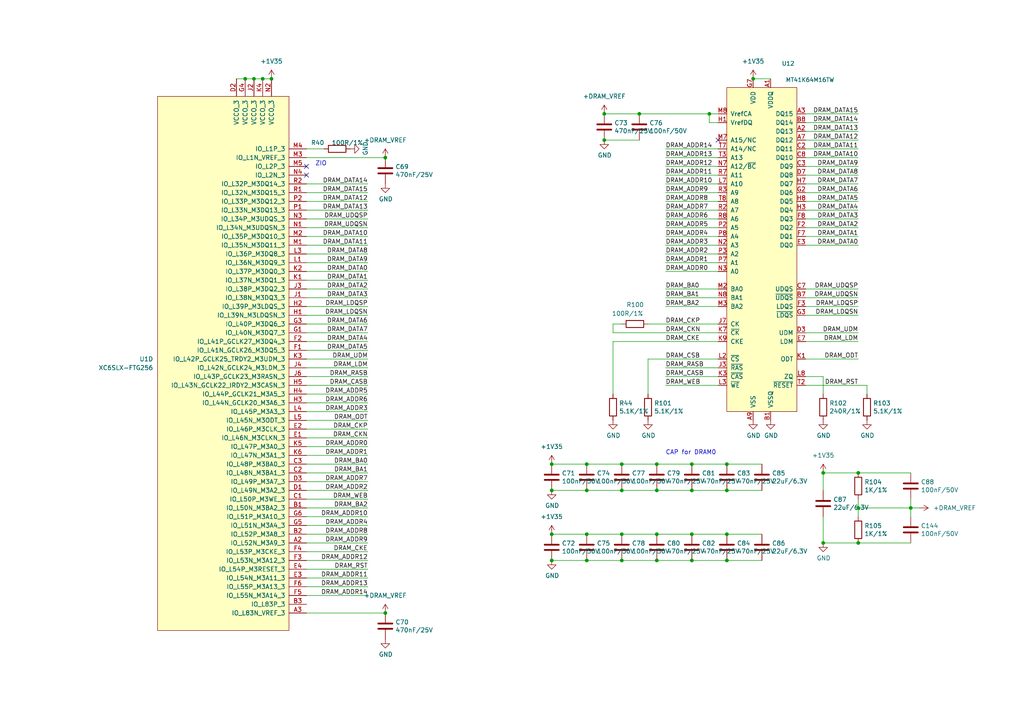
<source format=kicad_sch>
(kicad_sch (version 20231120) (generator "eeschema") (generator_version "8.0")
  (paper "A4")
  (title_block (title "Glider") (date "2025-04-18") (rev "R0.13") (company "Copyright 2025 Wenting Zhang"))
  (junction (at 170.18 142.24) (diameter 0.9144))
  (junction (at 210.82 154.94) (diameter 0.9144))
  (junction (at 71.12 22.86))
  (junction (at 218.44 22.86))
  (junction (at 160.02 142.24) (diameter 0.9144))
  (junction (at 238.76 137.16))
  (junction (at 210.82 134.62) (diameter 0.9144))
  (junction (at 210.82 162.56) (diameter 0.9144))
  (junction (at 160.02 154.94))
  (junction (at 190.5 154.94) (diameter 0.9144))
  (junction (at 185.42 33.02) (diameter 0.9144))
  (junction (at 190.5 162.56) (diameter 0.9144))
  (junction (at 210.82 142.24) (diameter 0.9144))
  (junction (at 170.18 162.56) (diameter 0.9144))
  (junction (at 76.2 22.86))
  (junction (at 248.92 137.16) (diameter 0.9144))
  (junction (at 205.74 33.02))
  (junction (at 248.92 147.32) (diameter 0.9144))
  (junction (at 200.66 142.24) (diameter 0.9144))
  (junction (at 111.76 177.8))
  (junction (at 200.66 154.94) (diameter 0.9144))
  (junction (at 238.76 157.48) (diameter 0.9144))
  (junction (at 264.16 147.32) (diameter 0.9144))
  (junction (at 180.34 162.56) (diameter 0.9144))
  (junction (at 200.66 134.62) (diameter 0.9144))
  (junction (at 73.66 22.86))
  (junction (at 180.34 142.24) (diameter 0.9144))
  (junction (at 190.5 142.24) (diameter 0.9144))
  (junction (at 180.34 154.94) (diameter 0.9144))
  (junction (at 175.26 33.02))
  (junction (at 180.34 134.62) (diameter 0.9144))
  (junction (at 170.18 134.62) (diameter 0.9144))
  (junction (at 78.74 22.86))
  (junction (at 111.76 45.72))
  (junction (at 200.66 162.56) (diameter 0.9144))
  (junction (at 190.5 134.62) (diameter 0.9144))
  (junction (at 175.26 40.64) (diameter 0.9144))
  (junction (at 160.02 134.62))
  (junction (at 170.18 154.94) (diameter 0.9144))
  (junction (at 248.92 157.48) (diameter 0.9144))
  (junction (at 160.02 162.56) (diameter 0.9144))
  (no_connect (at 88.9 50.8))
  (no_connect (at 88.9 48.26))
  (no_connect (at 208.28 40.64))
  (wire (pts (xy 193.04 43.18) (xy 208.28 43.18)))
  (wire (pts (xy 193.04 73.66) (xy 208.28 73.66)))
  (wire (pts (xy 88.9 106.68) (xy 106.68 106.68)))
  (wire (pts (xy 106.68 172.72) (xy 88.9 172.72)))
  (wire (pts (xy 193.04 55.88) (xy 208.28 55.88)))
  (wire (pts (xy 170.18 134.62) (xy 180.34 134.62)))
  (wire (pts (xy 200.66 162.56) (xy 190.5 162.56)))
  (wire (pts (xy 175.26 33.02) (xy 185.42 33.02)))
  (wire (pts (xy 233.68 68.58) (xy 248.92 68.58)))
  (wire (pts (xy 106.68 114.3) (xy 88.9 114.3)))
  (wire (pts (xy 193.04 111.76) (xy 208.28 111.76)))
  (wire (pts (xy 233.68 109.22) (xy 238.76 109.22)))
  (wire (pts (xy 76.2 22.86) (xy 78.74 22.86)))
  (wire (pts (xy 193.04 109.22) (xy 208.28 109.22)))
  (wire (pts (xy 233.68 104.14) (xy 248.92 104.14)))
  (wire (pts (xy 187.96 93.98) (xy 208.28 93.98)))
  (wire (pts (xy 233.68 53.34) (xy 248.92 53.34)))
  (wire (pts (xy 106.68 160.02) (xy 88.9 160.02)))
  (wire (pts (xy 88.9 149.86) (xy 106.68 149.86)))
  (wire (pts (xy 220.98 162.56) (xy 210.82 162.56)))
  (wire (pts (xy 233.68 91.44) (xy 248.92 91.44)))
  (wire (pts (xy 177.8 114.3) (xy 177.8 99.06)))
  (wire (pts (xy 193.04 88.9) (xy 208.28 88.9)))
  (wire (pts (xy 88.9 55.88) (xy 106.68 55.88)))
  (wire (pts (xy 177.8 96.52) (xy 177.8 93.98)))
  (wire (pts (xy 210.82 154.94) (xy 200.66 154.94)))
  (wire (pts (xy 106.68 119.38) (xy 88.9 119.38)))
  (wire (pts (xy 106.68 63.5) (xy 88.9 63.5)))
  (wire (pts (xy 233.68 43.18) (xy 248.92 43.18)))
  (wire (pts (xy 248.92 157.48) (xy 238.76 157.48)))
  (wire (pts (xy 233.68 71.12) (xy 248.92 71.12)))
  (wire (pts (xy 193.04 78.74) (xy 208.28 78.74)))
  (wire (pts (xy 210.82 142.24) (xy 200.66 142.24)))
  (wire (pts (xy 193.04 60.96) (xy 208.28 60.96)))
  (wire (pts (xy 177.8 99.06) (xy 208.28 99.06)))
  (wire (pts (xy 233.68 50.8) (xy 248.92 50.8)))
  (wire (pts (xy 88.9 96.52) (xy 106.68 96.52)))
  (wire (pts (xy 106.68 86.36) (xy 88.9 86.36)))
  (wire (pts (xy 193.04 86.36) (xy 208.28 86.36)))
  (wire (pts (xy 210.82 162.56) (xy 200.66 162.56)))
  (wire (pts (xy 71.12 22.86) (xy 73.66 22.86)))
  (wire (pts (xy 88.9 124.46) (xy 106.68 124.46)))
  (wire (pts (xy 220.98 154.94) (xy 210.82 154.94)))
  (wire (pts (xy 170.18 142.24) (xy 160.02 142.24)))
  (wire (pts (xy 233.68 111.76) (xy 251.46 111.76)))
  (wire (pts (xy 193.04 71.12) (xy 208.28 71.12)))
  (wire (pts (xy 88.9 142.24) (xy 106.68 142.24)))
  (wire (pts (xy 233.68 35.56) (xy 248.92 35.56)))
  (wire (pts (xy 88.9 170.18) (xy 106.68 170.18)))
  (wire (pts (xy 190.5 142.24) (xy 180.34 142.24)))
  (wire (pts (xy 233.68 86.36) (xy 248.92 86.36)))
  (wire (pts (xy 193.04 66.04) (xy 208.28 66.04)))
  (wire (pts (xy 233.68 48.26) (xy 248.92 48.26)))
  (wire (pts (xy 88.9 53.34) (xy 106.68 53.34)))
  (wire (pts (xy 106.68 104.14) (xy 88.9 104.14)))
  (wire (pts (xy 193.04 83.82) (xy 208.28 83.82)))
  (wire (pts (xy 193.04 50.8) (xy 208.28 50.8)))
  (wire (pts (xy 88.9 127) (xy 106.68 127)))
  (wire (pts (xy 220.98 142.24) (xy 210.82 142.24)))
  (wire (pts (xy 177.8 93.98) (xy 180.34 93.98)))
  (wire (pts (xy 106.68 71.12) (xy 88.9 71.12)))
  (wire (pts (xy 170.18 162.56) (xy 160.02 162.56)))
  (wire (pts (xy 251.46 111.76) (xy 251.46 114.3)))
  (wire (pts (xy 106.68 144.78) (xy 88.9 144.78)))
  (wire (pts (xy 106.68 73.66) (xy 88.9 73.66)))
  (wire (pts (xy 233.68 58.42) (xy 248.92 58.42)))
  (wire (pts (xy 88.9 58.42) (xy 106.68 58.42)))
  (wire (pts (xy 233.68 88.9) (xy 248.92 88.9)))
  (wire (pts (xy 88.9 177.8) (xy 111.76 177.8)))
  (wire (pts (xy 68.58 22.86) (xy 71.12 22.86)))
  (wire (pts (xy 187.96 114.3) (xy 187.96 104.14)))
  (wire (pts (xy 205.74 33.02) (xy 208.28 33.02)))
  (wire (pts (xy 187.96 104.14) (xy 208.28 104.14)))
  (wire (pts (xy 106.68 137.16) (xy 88.9 137.16)))
  (wire (pts (xy 106.68 147.32) (xy 88.9 147.32)))
  (wire (pts (xy 233.68 83.82) (xy 248.92 83.82)))
  (wire (pts (xy 193.04 58.42) (xy 208.28 58.42)))
  (wire (pts (xy 170.18 134.62) (xy 160.02 134.62)))
  (wire (pts (xy 248.92 147.32) (xy 248.92 149.86)))
  (wire (pts (xy 106.68 111.76) (xy 88.9 111.76)))
  (wire (pts (xy 233.68 45.72) (xy 248.92 45.72)))
  (wire (pts (xy 88.9 45.72) (xy 111.76 45.72)))
  (wire (pts (xy 180.34 134.62) (xy 190.5 134.62)))
  (wire (pts (xy 106.68 134.62) (xy 88.9 134.62)))
  (wire (pts (xy 88.9 101.6) (xy 106.68 101.6)))
  (wire (pts (xy 248.92 144.78) (xy 248.92 147.32)))
  (wire (pts (xy 193.04 106.68) (xy 208.28 106.68)))
  (wire (pts (xy 220.98 134.62) (xy 210.82 134.62)))
  (wire (pts (xy 193.04 63.5) (xy 208.28 63.5)))
  (wire (pts (xy 264.16 144.78) (xy 264.16 147.32)))
  (wire (pts (xy 218.44 22.86) (xy 223.52 22.86)))
  (wire (pts (xy 264.16 147.32) (xy 264.16 149.86)))
  (wire (pts (xy 88.9 43.18) (xy 93.98 43.18)))
  (wire (pts (xy 238.76 137.16) (xy 238.76 142.24)))
  (wire (pts (xy 233.68 66.04) (xy 248.92 66.04)))
  (wire (pts (xy 233.68 40.64) (xy 248.92 40.64)))
  (wire (pts (xy 170.18 162.56) (xy 180.34 162.56)))
  (wire (pts (xy 170.18 142.24) (xy 180.34 142.24)))
  (wire (pts (xy 193.04 76.2) (xy 208.28 76.2)))
  (wire (pts (xy 106.68 139.7) (xy 88.9 139.7)))
  (wire (pts (xy 180.34 154.94) (xy 190.5 154.94)))
  (wire (pts (xy 190.5 162.56) (xy 180.34 162.56)))
  (wire (pts (xy 88.9 132.08) (xy 106.68 132.08)))
  (wire (pts (xy 177.8 96.52) (xy 208.28 96.52)))
  (wire (pts (xy 264.16 147.32) (xy 266.7 147.32)))
  (wire (pts (xy 88.9 162.56) (xy 106.68 162.56)))
  (wire (pts (xy 248.92 137.16) (xy 264.16 137.16)))
  (wire (pts (xy 233.68 99.06) (xy 248.92 99.06)))
  (wire (pts (xy 233.68 38.1) (xy 248.92 38.1)))
  (wire (pts (xy 106.68 91.44) (xy 88.9 91.44)))
  (wire (pts (xy 264.16 157.48) (xy 248.92 157.48)))
  (wire (pts (xy 200.66 142.24) (xy 190.5 142.24)))
  (wire (pts (xy 238.76 137.16) (xy 248.92 137.16)))
  (wire (pts (xy 106.68 129.54) (xy 88.9 129.54)))
  (wire (pts (xy 210.82 134.62) (xy 200.66 134.62)))
  (wire (pts (xy 106.68 154.94) (xy 88.9 154.94)))
  (wire (pts (xy 88.9 68.58) (xy 106.68 68.58)))
  (wire (pts (xy 233.68 96.52) (xy 248.92 96.52)))
  (wire (pts (xy 88.9 83.82) (xy 106.68 83.82)))
  (wire (pts (xy 88.9 165.1) (xy 106.68 165.1)))
  (wire (pts (xy 73.66 22.86) (xy 76.2 22.86)))
  (wire (pts (xy 205.74 35.56) (xy 205.74 33.02)))
  (wire (pts (xy 106.68 99.06) (xy 88.9 99.06)))
  (wire (pts (xy 233.68 60.96) (xy 248.92 60.96)))
  (wire (pts (xy 233.68 55.88) (xy 248.92 55.88)))
  (wire (pts (xy 88.9 116.84) (xy 106.68 116.84)))
  (wire (pts (xy 193.04 48.26) (xy 208.28 48.26)))
  (wire (pts (xy 238.76 149.86) (xy 238.76 157.48)))
  (wire (pts (xy 88.9 81.28) (xy 106.68 81.28)))
  (wire (pts (xy 238.76 109.22) (xy 238.76 114.3)))
  (wire (pts (xy 200.66 134.62) (xy 190.5 134.62)))
  (wire (pts (xy 106.68 88.9) (xy 88.9 88.9)))
  (wire (pts (xy 185.42 33.02) (xy 205.74 33.02)))
  (wire (pts (xy 106.68 93.98) (xy 88.9 93.98)))
  (wire (pts (xy 88.9 76.2) (xy 106.68 76.2)))
  (wire (pts (xy 170.18 154.94) (xy 160.02 154.94)))
  (wire (pts (xy 185.42 40.64) (xy 175.26 40.64)))
  (wire (pts (xy 106.68 60.96) (xy 88.9 60.96)))
  (wire (pts (xy 233.68 33.02) (xy 248.92 33.02)))
  (wire (pts (xy 88.9 78.74) (xy 106.68 78.74)))
  (wire (pts (xy 193.04 53.34) (xy 208.28 53.34)))
  (wire (pts (xy 233.68 63.5) (xy 248.92 63.5)))
  (wire (pts (xy 208.28 35.56) (xy 205.74 35.56)))
  (wire (pts (xy 106.68 157.48) (xy 88.9 157.48)))
  (wire (pts (xy 88.9 121.92) (xy 106.68 121.92)))
  (wire (pts (xy 193.04 45.72) (xy 208.28 45.72)))
  (wire (pts (xy 88.9 167.64) (xy 106.68 167.64)))
  (wire (pts (xy 88.9 109.22) (xy 106.68 109.22)))
  (wire (pts (xy 200.66 154.94) (xy 190.5 154.94)))
  (wire (pts (xy 248.92 147.32) (xy 264.16 147.32)))
  (wire (pts (xy 106.68 66.04) (xy 88.9 66.04)))
  (wire (pts (xy 170.18 154.94) (xy 180.34 154.94)))
  (wire (pts (xy 88.9 152.4) (xy 106.68 152.4)))
  (wire (pts (xy 193.04 68.58) (xy 208.28 68.58)))
  (text "CAP for DRAM0" (at 193.04 132.08 0) (effects (font (size 1.27 1.27)) (justify left bottom)))
  (text "ZIO" (at 91.44 48.26 0) (effects (font (size 1.27 1.27)) (justify left bottom)))
  (label "DRAM_ADDR12" (at 193.04 48.26 0))
  (label "DRAM_DATA6" (at 106.68 93.98 180))
  (label "DRAM_DATA11" (at 248.92 43.18 180))
  (label "DRAM_DATA13" (at 106.68 60.96 180))
  (label "DRAM_DATA14" (at 106.68 53.34 180))
  (label "DRAM_ADDR13" (at 106.68 170.18 180))
  (label "DRAM_ADDR10" (at 106.68 149.86 180))
  (label "DRAM_BA0" (at 106.68 134.62 180))
  (label "DRAM_WEB" (at 106.68 144.78 180))
  (label "DRAM_RASB" (at 106.68 109.22 180))
  (label "DRAM_DATA0" (at 248.92 71.12 180))
  (label "DRAM_BA2" (at 193.04 88.9 0))
  (label "DRAM_DATA15" (at 248.92 33.02 180))
  (label "DRAM_BA1" (at 193.04 86.36 0))
  (label "DRAM_ADDR6" (at 193.04 63.5 0))
  (label "DRAM_CKN" (at 106.68 127 180))
  (label "DRAM_DATA4" (at 106.68 99.06 180))
  (label "DRAM_DATA3" (at 106.68 86.36 180))
  (label "DRAM_ADDR4" (at 106.68 152.4 180))
  (label "DRAM_UDM" (at 106.68 104.14 180))
  (label "DRAM_DATA5" (at 248.92 58.42 180))
  (label "DRAM_ADDR0" (at 106.68 129.54 180))
  (label "DRAM_DATA10" (at 106.68 68.58 180))
  (label "DRAM_DATA8" (at 248.92 50.8 180))
  (label "DRAM_DATA0" (at 106.68 78.74 180))
  (label "DRAM_DATA8" (at 106.68 73.66 180))
  (label "DRAM_ADDR14" (at 106.68 172.72 180))
  (label "DRAM_LDM" (at 106.68 106.68 180))
  (label "DRAM_ADDR14" (at 193.04 43.18 0))
  (label "DRAM_DATA7" (at 248.92 53.34 180))
  (label "DRAM_ADDR1" (at 106.68 132.08 180))
  (label "DRAM_UDM" (at 248.92 96.52 180))
  (label "DRAM_LDQSN" (at 106.68 91.44 180))
  (label "DRAM_RST" (at 106.68 165.1 180))
  (label "DRAM_ADDR9" (at 193.04 55.88 0))
  (label "DRAM_DATA3" (at 248.92 63.5 180))
  (label "DRAM_DATA14" (at 248.92 35.56 180))
  (label "DRAM_ADDR0" (at 193.04 78.74 0))
  (label "DRAM_UDQSP" (at 106.68 63.5 180))
  (label "DRAM_DATA1" (at 248.92 68.58 180))
  (label "DRAM_CKP" (at 106.68 124.46 180))
  (label "DRAM_CASB" (at 106.68 111.76 180))
  (label "DRAM_ADDR8" (at 193.04 58.42 0))
  (label "DRAM_DATA9" (at 106.68 76.2 180))
  (label "DRAM_CKE" (at 193.04 99.06 0))
  (label "DRAM_DATA13" (at 248.92 38.1 180))
  (label "DRAM_ADDR1" (at 193.04 76.2 0))
  (label "DRAM_LDQSP" (at 106.68 88.9 180))
  (label "DRAM_ADDR6" (at 106.68 116.84 180))
  (label "DRAM_BA2" (at 106.68 147.32 180))
  (label "DRAM_BA0" (at 193.04 83.82 0))
  (label "DRAM_DATA1" (at 106.68 81.28 180))
  (label "DRAM_CKE" (at 106.68 160.02 180))
  (label "DRAM_ADDR11" (at 193.04 50.8 0))
  (label "DRAM_DATA12" (at 248.92 40.64 180))
  (label "DRAM_DATA10" (at 248.92 45.72 180))
  (label "DRAM_DATA12" (at 106.68 58.42 180))
  (label "DRAM_DATA15" (at 106.68 55.88 180))
  (label "DRAM_BA1" (at 106.68 137.16 180))
  (label "DRAM_ADDR3" (at 193.04 71.12 0))
  (label "DRAM_DATA11" (at 106.68 71.12 180))
  (label "DRAM_DATA6" (at 248.92 55.88 180))
  (label "DRAM_ADDR7" (at 193.04 60.96 0))
  (label "DRAM_ADDR11" (at 106.68 167.64 180))
  (label "DRAM_ADDR13" (at 193.04 45.72 0))
  (label "DRAM_ADDR10" (at 193.04 53.34 0))
  (label "DRAM_WEB" (at 193.04 111.76 0))
  (label "DRAM_LDM" (at 248.92 99.06 180))
  (label "DRAM_LDQSN" (at 248.92 91.44 180))
  (label "DRAM_CASB" (at 193.04 109.22 0))
  (label "DRAM_ADDR8" (at 106.68 154.94 180))
  (label "DRAM_ODT" (at 106.68 121.92 180))
  (label "DRAM_CKP" (at 193.04 93.98 0))
  (label "DRAM_UDQSN" (at 248.92 86.36 180))
  (label "DRAM_UDQSP" (at 248.92 83.82 180))
  (label "DRAM_ADDR7" (at 106.68 139.7 180))
  (label "DRAM_ADDR2" (at 106.68 142.24 180))
  (label "DRAM_DATA4" (at 248.92 60.96 180))
  (label "DRAM_CSB" (at 193.04 104.14 0))
  (label "DRAM_RASB" (at 193.04 106.68 0))
  (label "DRAM_DATA9" (at 248.92 48.26 180))
  (label "DRAM_DATA2" (at 248.92 66.04 180))
  (label "DRAM_CKN" (at 193.04 96.52 0))
  (label "DRAM_DATA7" (at 106.68 96.52 180))
  (label "DRAM_DATA2" (at 106.68 83.82 180))
  (label "DRAM_LDQSP" (at 248.92 88.9 180))
  (label "DRAM_ADDR3" (at 106.68 119.38 180))
  (label "DRAM_ADDR4" (at 193.04 68.58 0))
  (label "DRAM_ADDR12" (at 106.68 162.56 180))
  (label "DRAM_ADDR2" (at 193.04 73.66 0))
  (label "DRAM_ADDR9" (at 106.68 157.48 180))
  (label "DRAM_ADDR5" (at 106.68 114.3 180))
  (label "DRAM_ODT" (at 248.92 104.14 180))
  (label "DRAM_UDQSN" (at 106.68 66.04 180))
  (label "DRAM_RST" (at 248.92 111.76 180))
  (label "DRAM_ADDR5" (at 193.04 66.04 0))
  (label "DRAM_DATA5" (at 106.68 101.6 180))
  (symbol (lib_id "Device:R") (at 184.15 93.98 90) (unit 1)
    (property "Reference" "R100" (at 186.7916 88.392 90) (effects (justify left)))
    (property "Value" "100R/1%" (at 186.563 90.932 90) (effects (justify left)))
    (property "Footprint" "Resistor_SMD:R_0402_1005Metric" (effects (hide yes)))
    (property "Ref.Price" "0.001" (effects (hide yes)))
  )
  (symbol (lib_id "Device:R") (at 248.92 140.97 0) (unit 1)
    (property "Reference" "R104" (at 250.698 139.8016 0) (effects (justify left)))
    (property "Value" "1K/1%" (at 250.698 142.113 0) (effects (justify left)))
    (property "Footprint" "Resistor_SMD:R_0402_1005Metric" (effects (hide yes)))
    (property "Ref.Price" "0.0025" (effects (hide yes)))
  )
  (symbol (lib_id "symbols:+V") (at 111.76 177.8 0) (unit 1)
    (property "Reference" "#PWR0118" (effects (hide yes)))
    (property "Value" "+DRAM_VREF" (at 111.76 172.72 0))
  )
  (symbol (lib_id "Device:R") (at 238.76 118.11 0) (unit 1)
    (property "Reference" "R102" (at 240.538 116.9416 0) (effects (justify left)))
    (property "Value" "240R/1%" (at 240.538 119.253 0) (effects (justify left)))
    (property "Footprint" "Resistor_SMD:R_0402_1005Metric" (effects (hide yes)))
    (property "Ref.Price" "0.0009" (effects (hide yes)))
  )
  (symbol (lib_id "Device:C") (at 190.5 158.75 0) (unit 1)
    (property "Reference" "C80" (at 193.421 157.5816 0) (effects (justify left)))
    (property "Value" "470nF/25V" (at 193.421 159.893 0) (effects (justify left)))
    (property "Footprint" "Capacitor_SMD:C_0402_1005Metric" (effects (hide yes)))
    (property "Ref.Price" "0.0036" (effects (hide yes)))
  )
  (symbol (lib_id "Device:C") (at 175.26 36.83 0) (unit 1)
    (property "Reference" "C73" (at 178.181 35.6616 0) (effects (justify left)))
    (property "Value" "470nF/25V" (at 178.181 37.973 0) (effects (justify left)))
    (property "Footprint" "Capacitor_SMD:C_0402_1005Metric" (effects (hide yes)))
    (property "Ref.Price" "0.0036" (effects (hide yes)))
  )
  (symbol (lib_id "Device:R") (at 177.8 118.11 0) (unit 1)
    (property "Reference" "R44" (at 179.578 116.9416 0) (effects (justify left)))
    (property "Value" "5.1K/1%" (at 179.578 119.253 0) (effects (justify left)))
    (property "Footprint" "Resistor_SMD:R_0402_1005Metric" (effects (hide yes)))
    (property "Ref.Price" "0.0006" (effects (hide yes)))
  )
  (symbol (lib_id "Device:C") (at 264.16 153.67 0) (unit 1)
    (property "Reference" "C144" (at 267.081 152.5016 0) (effects (justify left)))
    (property "Value" "100nF/50V" (at 267.081 154.813 0) (effects (justify left)))
    (property "Footprint" "Capacitor_SMD:C_0402_1005Metric" (effects (hide yes)))
    (property "Ref.Price" "0.0023" (effects (hide yes)))
  )
  (symbol (lib_id "symbols:+V") (at 266.7 147.32 270) (unit 1)
    (property "Reference" "#PWR0170" (effects (hide yes)))
    (property "Value" "+DRAM_VREF" (at 276.86 147.32 90))
  )
  (symbol (lib_id "Device:C") (at 160.02 138.43 0) (unit 1)
    (property "Reference" "C71" (at 162.941 137.2616 0) (effects (justify left)))
    (property "Value" "100nF/50V" (at 162.941 139.573 0) (effects (justify left)))
    (property "Footprint" "Capacitor_SMD:C_0402_1005Metric" (effects (hide yes)))
    (property "Ref.Price" "0.0036" (effects (hide yes)))
  )
  (symbol (lib_id "power:GND") (at 177.8 121.92 0) (unit 1)
    (property "Reference" "#PWR0235" (effects (hide yes)))
    (property "Value" "GND" (at 177.927 126.3142 0))
  )
  (symbol (lib_id "Device:C") (at 170.18 138.43 0) (unit 1)
    (property "Reference" "C74" (at 173.101 137.2616 0) (effects (justify left)))
    (property "Value" "100nF/50V" (at 173.101 139.573 0) (effects (justify left)))
    (property "Footprint" "Capacitor_SMD:C_0402_1005Metric" (effects (hide yes)))
    (property "Ref.Price" "0.0036" (effects (hide yes)))
  )
  (symbol (lib_id "Device:R") (at 187.96 118.11 0) (unit 1)
    (property "Reference" "R101" (at 189.738 116.9416 0) (effects (justify left)))
    (property "Value" "5.1K/1%" (at 189.738 119.253 0) (effects (justify left)))
    (property "Footprint" "Resistor_SMD:R_0402_1005Metric" (effects (hide yes)))
    (property "Ref.Price" "0.0006" (effects (hide yes)))
  )
  (symbol (lib_id "power:GND") (at 160.02 142.24 0) (unit 1)
    (property "Reference" "#PWR0230" (effects (hide yes)))
    (property "Value" "GND" (at 160.147 146.6342 0))
  )
  (symbol (lib_id "Device:C") (at 180.34 138.43 0) (unit 1)
    (property "Reference" "C77" (at 183.261 137.2616 0) (effects (justify left)))
    (property "Value" "100nF/50V" (at 183.261 139.573 0) (effects (justify left)))
    (property "Footprint" "Capacitor_SMD:C_0402_1005Metric" (effects (hide yes)))
    (property "Ref.Price" "0.0036" (effects (hide yes)))
  )
  (symbol (lib_id "Device:C") (at 111.76 49.53 0) (unit 1)
    (property "Reference" "C69" (at 114.681 48.3616 0) (effects (justify left)))
    (property "Value" "470nF/25V" (at 114.681 50.673 0) (effects (justify left)))
    (property "Footprint" "Capacitor_SMD:C_0402_1005Metric" (effects (hide yes)))
    (property "Ref.Price" "0.0036" (effects (hide yes)))
  )
  (symbol (lib_id "Device:C") (at 220.98 158.75 0) (unit 1)
    (property "Reference" "C86" (at 223.901 157.5816 0) (effects (justify left)))
    (property "Value" "22uF/6.3V" (at 223.901 159.893 0) (effects (justify left)))
    (property "Footprint" "Capacitor_SMD:C_0603_1608Metric" (effects (hide yes)))
    (property "Ref.Price" "0.0301" (effects (hide yes)))
  )
  (symbol (lib_id "symbols:+V") (at 111.76 45.72 0) (unit 1)
    (property "Reference" "#PWR0133" (effects (hide yes)))
    (property "Value" "+DRAM_VREF" (at 111.76 40.64 0))
  )
  (symbol (lib_id "power:GND") (at 175.26 40.64 0) (unit 1)
    (property "Reference" "#PWR0234" (effects (hide yes)))
    (property "Value" "GND" (at 175.387 45.0342 0))
  )
  (symbol (lib_id "power:GND") (at 160.02 162.56 0) (unit 1)
    (property "Reference" "#PWR0232" (effects (hide yes)))
    (property "Value" "GND" (at 160.147 166.9542 0))
  )
  (symbol (lib_id "Device:R") (at 97.79 43.18 90) (unit 1)
    (property "Reference" "R40" (at 94.0816 41.402 90) (effects (justify left)))
    (property "Value" "100R/1%" (at 105.283 41.402 90) (effects (justify left)))
    (property "Footprint" "Resistor_SMD:R_0402_1005Metric" (effects (hide yes)))
    (property "Ref.Price" "0.0007" (effects (hide yes)))
  )
  (symbol (lib_id "power:GND") (at 111.76 53.34 0) (unit 1)
    (property "Reference" "#PWR0142" (effects (hide yes)))
    (property "Value" "GND" (at 111.887 57.7342 0))
  )
  (symbol (lib_id "Device:C") (at 111.76 181.61 0) (unit 1)
    (property "Reference" "C70" (at 114.681 180.4416 0) (effects (justify left)))
    (property "Value" "470nF/25V" (at 114.681 182.753 0) (effects (justify left)))
    (property "Footprint" "Capacitor_SMD:C_0402_1005Metric" (effects (hide yes)))
    (property "Ref.Price" "0.0036" (effects (hide yes)))
  )
  (symbol (lib_id "Device:C") (at 210.82 138.43 0) (unit 1)
    (property "Reference" "C83" (at 213.741 137.2616 0) (effects (justify left)))
    (property "Value" "470nF/25V" (at 213.741 139.573 0) (effects (justify left)))
    (property "Footprint" "Capacitor_SMD:C_0402_1005Metric" (effects (hide yes)))
    (property "Ref.Price" "0.0036" (effects (hide yes)))
  )
  (symbol (lib_id "symbols:+V") (at 160.02 154.94 0) (unit 1)
    (property "Reference" "#PWR0139" (effects (hide yes)))
    (property "Value" "+1V35" (at 160.02 149.86 0))
  )
  (symbol (lib_id "symbols:+V") (at 160.02 134.62 0) (unit 1)
    (property "Reference" "#PWR0137" (effects (hide yes)))
    (property "Value" "+1V35" (at 160.02 129.54 0))
  )
  (symbol (lib_id "power:GND") (at 251.46 121.92 0) (unit 1)
    (property "Reference" "#PWR0246" (effects (hide yes)))
    (property "Value" "GND" (at 251.587 126.3142 0))
  )
  (symbol (lib_id "symbols:MT41K256M16HA") (at 220.98 22.86 0) (unit 1)
    (property "Reference" "U12" (at 228.6 18.415 0) (effects (font (size 1.1938 1.1938))))
    (property "Value" "MT41K64M16TW" (at 234.95 23.1648 0) (effects (font (size 1.1938 1.1938))))
    (property "Footprint" "footprints:BGA-96_9.0x14.0mm_P0.8mm" (effects (hide yes)))
    (property "Ref.Price" "3.2405" (effects (hide yes)))
  )
  (symbol (lib_id "symbols:+V") (at 175.26 33.02 0) (unit 1)
    (property "Reference" "#PWR0100" (effects (hide yes)))
    (property "Value" "+DRAM_VREF" (at 175.26 27.94 0))
  )
  (symbol (lib_id "Device:R") (at 251.46 118.11 0) (unit 1)
    (property "Reference" "R103" (at 253.238 116.9416 0) (effects (justify left)))
    (property "Value" "5.1K/1%" (at 253.238 119.253 0) (effects (justify left)))
    (property "Footprint" "Resistor_SMD:R_0402_1005Metric" (effects (hide yes)))
    (property "Ref.Price" "0.0006" (effects (hide yes)))
  )
  (symbol (lib_id "Device:C") (at 220.98 138.43 0) (unit 1)
    (property "Reference" "C85" (at 223.901 137.2616 0) (effects (justify left)))
    (property "Value" "22uF/6.3V" (at 223.901 139.573 0) (effects (justify left)))
    (property "Footprint" "Capacitor_SMD:C_0603_1608Metric" (effects (hide yes)))
    (property "Ref.Price" "0.0301" (effects (hide yes)))
  )
  (symbol (lib_id "Device:R") (at 248.92 153.67 0) (unit 1)
    (property "Reference" "R105" (at 250.698 152.5016 0) (effects (justify left)))
    (property "Value" "1K/1%" (at 250.698 154.813 0) (effects (justify left)))
    (property "Footprint" "Resistor_SMD:R_0402_1005Metric" (effects (hide yes)))
    (property "Ref.Price" "0.0025" (effects (hide yes)))
  )
  (symbol (lib_id "power:GND") (at 218.44 121.92 0) (unit 1)
    (property "Reference" "#PWR0238" (effects (hide yes)))
    (property "Value" "GND" (at 218.567 126.3142 0))
  )
  (symbol (lib_id "Device:C") (at 210.82 158.75 0) (unit 1)
    (property "Reference" "C84" (at 213.741 157.5816 0) (effects (justify left)))
    (property "Value" "470nF/25V" (at 213.741 159.893 0) (effects (justify left)))
    (property "Footprint" "Capacitor_SMD:C_0402_1005Metric" (effects (hide yes)))
    (property "Ref.Price" "0.0036" (effects (hide yes)))
  )
  (symbol (lib_id "Device:C") (at 200.66 158.75 0) (unit 1)
    (property "Reference" "C82" (at 203.581 157.5816 0) (effects (justify left)))
    (property "Value" "470nF/25V" (at 203.581 159.893 0) (effects (justify left)))
    (property "Footprint" "Capacitor_SMD:C_0402_1005Metric" (effects (hide yes)))
    (property "Ref.Price" "0.0036" (effects (hide yes)))
  )
  (symbol (lib_id "Device:C") (at 200.66 138.43 0) (unit 1)
    (property "Reference" "C81" (at 203.581 137.2616 0) (effects (justify left)))
    (property "Value" "470nF/25V" (at 203.581 139.573 0) (effects (justify left)))
    (property "Footprint" "Capacitor_SMD:C_0402_1005Metric" (effects (hide yes)))
    (property "Ref.Price" "0.0036" (effects (hide yes)))
  )
  (symbol (lib_id "power:GND") (at 187.96 121.92 0) (unit 1)
    (property "Reference" "#PWR0236" (effects (hide yes)))
    (property "Value" "GND" (at 188.087 126.3142 0))
  )
  (symbol (lib_id "symbols:XC6SLX-FTG256") (at 63.5 104.14 0) (unit 4)
    (property "Reference" "U1" (at 44.45 104.1399 0) (effects (justify right)))
    (property "Value" "XC6SLX-FTG256" (at 44.45 106.6799 0) (effects (justify right)))
    (property "Footprint" "footprints:Xilinx_FTG256" (effects (hide yes)))
    (property "Description" "Spartan 6 LX 16 XC6SLX16-FTG256" (effects (hide yes)))
  )
  (symbol (lib_id "Device:C") (at 185.42 36.83 0) (unit 1)
    (property "Reference" "C76" (at 188.341 35.6616 0) (effects (justify left)))
    (property "Value" "100nF/50V" (at 188.341 37.973 0) (effects (justify left)))
    (property "Footprint" "Capacitor_SMD:C_0402_1005Metric" (effects (hide yes)))
    (property "Ref.Price" "0.0036" (effects (hide yes)))
  )
  (symbol (lib_id "power:GND") (at 111.76 185.42 0) (unit 1)
    (property "Reference" "#PWR0168" (effects (hide yes)))
    (property "Value" "GND" (at 111.887 189.8142 0))
  )
  (symbol (lib_id "power:GND") (at 101.6 43.18 90) (unit 1)
    (property "Reference" "#PWR0119" (effects (hide yes)))
    (property "Value" "GND" (at 105.9942 43.053 0))
  )
  (symbol (lib_id "Device:C") (at 180.34 158.75 0) (unit 1)
    (property "Reference" "C78" (at 183.261 157.5816 0) (effects (justify left)))
    (property "Value" "100nF/50V" (at 183.261 159.893 0) (effects (justify left)))
    (property "Footprint" "Capacitor_SMD:C_0402_1005Metric" (effects (hide yes)))
    (property "Ref.Price" "0.0036" (effects (hide yes)))
  )
  (symbol (lib_id "Device:C") (at 190.5 138.43 0) (unit 1)
    (property "Reference" "C79" (at 193.421 137.2616 0) (effects (justify left)))
    (property "Value" "470nF/25V" (at 193.421 139.573 0) (effects (justify left)))
    (property "Footprint" "Capacitor_SMD:C_0402_1005Metric" (effects (hide yes)))
    (property "Ref.Price" "0.0036" (effects (hide yes)))
  )
  (symbol (lib_id "Device:C") (at 264.16 140.97 0) (unit 1)
    (property "Reference" "C88" (at 267.081 139.8016 0) (effects (justify left)))
    (property "Value" "100nF/50V" (at 267.081 142.113 0) (effects (justify left)))
    (property "Footprint" "Capacitor_SMD:C_0402_1005Metric" (effects (hide yes)))
    (property "Ref.Price" "0.0023" (effects (hide yes)))
  )
  (symbol (lib_id "power:GND") (at 223.52 121.92 0) (unit 1)
    (property "Reference" "#PWR0239" (effects (hide yes)))
    (property "Value" "GND" (at 223.647 126.3142 0))
  )
  (symbol (lib_id "Device:C") (at 170.18 158.75 0) (unit 1)
    (property "Reference" "C75" (at 173.101 157.5816 0) (effects (justify left)))
    (property "Value" "100nF/50V" (at 173.101 159.893 0) (effects (justify left)))
    (property "Footprint" "Capacitor_SMD:C_0402_1005Metric" (effects (hide yes)))
    (property "Ref.Price" "0.0036" (effects (hide yes)))
  )
  (symbol (lib_id "symbols:+V") (at 218.44 22.86 0) (unit 1)
    (property "Reference" "#PWR042" (effects (hide yes)))
    (property "Value" "+1V35" (at 218.44 17.78 0))
  )
  (symbol (lib_id "symbols:+V") (at 78.74 22.86 0) (unit 1)
    (property "Reference" "#PWR039" (effects (hide yes)))
    (property "Value" "+1V35" (at 78.74 17.78 0))
  )
  (symbol (lib_id "Device:C") (at 238.76 146.05 0) (unit 1)
    (property "Reference" "C87" (at 241.681 144.8816 0) (effects (justify left)))
    (property "Value" "22uF/6.3V" (at 241.681 147.193 0) (effects (justify left)))
    (property "Footprint" "Capacitor_SMD:C_0603_1608Metric" (effects (hide yes)))
    (property "Ref.Price" "0.0165" (effects (hide yes)))
  )
  (symbol (lib_id "power:GND") (at 238.76 121.92 0) (unit 1)
    (property "Reference" "#PWR0240" (effects (hide yes)))
    (property "Value" "GND" (at 238.887 126.3142 0))
  )
  (symbol (lib_id "power:GND") (at 238.76 157.48 0) (unit 1)
    (property "Reference" "#PWR0244" (effects (hide yes)))
    (property "Value" "GND" (at 238.887 161.8742 0))
  )
  (symbol (lib_id "Device:C") (at 160.02 158.75 0) (unit 1)
    (property "Reference" "C72" (at 162.941 157.5816 0) (effects (justify left)))
    (property "Value" "100nF/50V" (at 162.941 159.893 0) (effects (justify left)))
    (property "Footprint" "Capacitor_SMD:C_0402_1005Metric" (effects (hide yes)))
    (property "Ref.Price" "0.0036" (effects (hide yes)))
  )
  (symbol (lib_id "symbols:+V") (at 238.76 137.16 0) (unit 1)
    (property "Reference" "#PWR0144" (effects (hide yes)))
    (property "Value" "+1V35" (at 238.76 132.08 0))
  )
)
</source>
